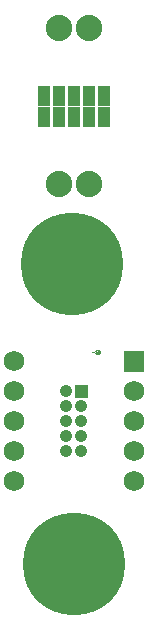
<source format=gbr>
G04 start of page 7 for group -4063 idx -4063 *
G04 Title: (unknown), componentmask *
G04 Creator: pcb 20140316 *
G04 CreationDate: Wed 10 Feb 2021 06:22:34 PM GMT UTC *
G04 For: tom *
G04 Format: Gerber/RS-274X *
G04 PCB-Dimensions (mil): 600.00 2100.00 *
G04 PCB-Coordinate-Origin: lower left *
%MOIN*%
%FSLAX25Y25*%
%LNTOPMASK*%
%ADD51R,0.0390X0.0390*%
%ADD50C,0.0020*%
%ADD49C,0.0040*%
%ADD48C,0.0680*%
%ADD47C,0.0001*%
%ADD46C,0.0420*%
%ADD45C,0.3406*%
%ADD44C,0.0880*%
G54D44*X25000Y203550D03*
X35000D03*
Y151550D03*
X25000D03*
G54D45*X29500Y125000D03*
G54D46*X27500Y82500D03*
Y77500D03*
G54D45*X30000Y25000D03*
G54D46*X27500Y72500D03*
Y67500D03*
Y62500D03*
X32500D03*
Y67500D03*
Y72500D03*
Y77500D03*
G54D47*G36*
X30400Y84600D02*Y80400D01*
X34600D01*
Y84600D01*
X30400D01*
G37*
G54D48*X10000Y92500D03*
Y82500D03*
Y72500D03*
Y62500D03*
Y52500D03*
G54D47*G36*
X46600Y95900D02*Y89100D01*
X53400D01*
Y95900D01*
X46600D01*
G37*
G54D48*X50000Y82500D03*
Y72500D03*
Y62500D03*
Y52500D03*
G54D49*X37840Y96150D02*X38520Y95720D01*
X37460Y96140D02*X38010Y96380D01*
X38050D02*X38420Y96220D01*
X38480Y96210D02*X38760Y95650D01*
X37590Y95850D02*X38420Y95400D01*
X37290Y95670D02*X38170Y95210D01*
X38490Y95110D02*X38750Y95630D01*
G54D50*X36050Y95640D02*X36450D01*
G54D49*X36750Y95590D02*X37050Y95440D01*
X37070Y95430D02*X37320Y95260D01*
X36630Y95620D02*X37010Y95820D01*
X37090Y95860D02*X37390Y96080D01*
X37370Y95240D02*X37550Y95150D01*
X37590Y95130D02*X37990Y94930D01*
X38050Y94890D02*X38460Y95080D01*
G54D51*X30000Y182500D02*Y179700D01*
X35000Y182500D02*Y179700D01*
X40000Y182500D02*Y179700D01*
Y175400D02*Y172600D01*
X35000Y175400D02*Y172600D01*
X30000Y175400D02*Y172600D01*
X20000Y182500D02*Y179700D01*
X25000Y182500D02*Y179700D01*
Y175400D02*Y172600D01*
X20000Y175400D02*Y172600D01*
M02*

</source>
